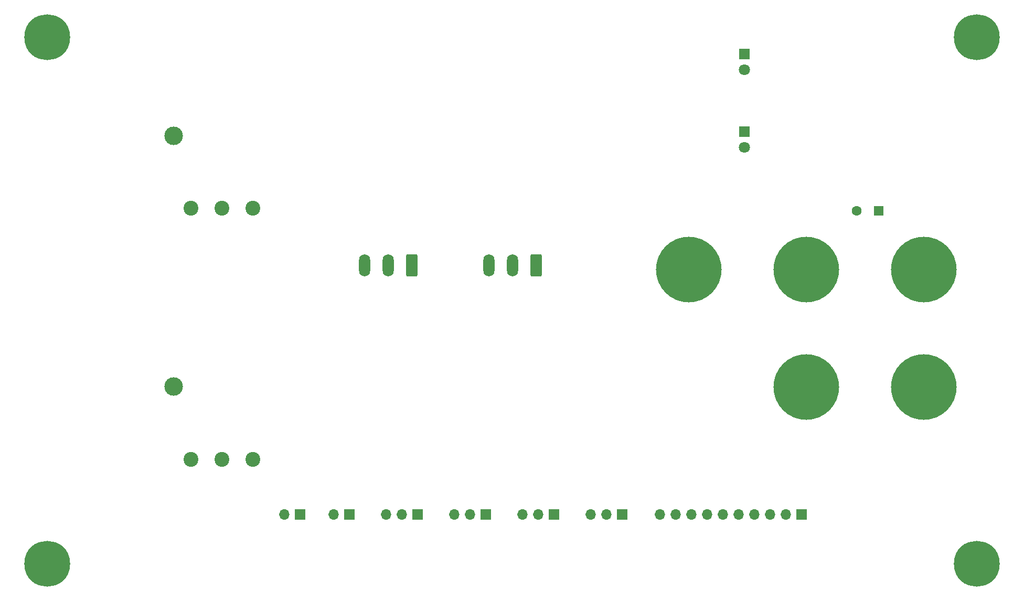
<source format=gts>
%TF.GenerationSoftware,KiCad,Pcbnew,6.0.2-378541a8eb~116~ubuntu20.04.1*%
%TF.CreationDate,2022-03-08T15:37:06-05:00*%
%TF.ProjectId,Linear_Lab_Bench_PSU_front_panel,4c696e65-6172-45f4-9c61-625f42656e63,rev?*%
%TF.SameCoordinates,Original*%
%TF.FileFunction,Soldermask,Top*%
%TF.FilePolarity,Negative*%
%FSLAX46Y46*%
G04 Gerber Fmt 4.6, Leading zero omitted, Abs format (unit mm)*
G04 Created by KiCad (PCBNEW 6.0.2-378541a8eb~116~ubuntu20.04.1) date 2022-03-08 15:37:06*
%MOMM*%
%LPD*%
G01*
G04 APERTURE LIST*
G04 Aperture macros list*
%AMRoundRect*
0 Rectangle with rounded corners*
0 $1 Rounding radius*
0 $2 $3 $4 $5 $6 $7 $8 $9 X,Y pos of 4 corners*
0 Add a 4 corners polygon primitive as box body*
4,1,4,$2,$3,$4,$5,$6,$7,$8,$9,$2,$3,0*
0 Add four circle primitives for the rounded corners*
1,1,$1+$1,$2,$3*
1,1,$1+$1,$4,$5*
1,1,$1+$1,$6,$7*
1,1,$1+$1,$8,$9*
0 Add four rect primitives between the rounded corners*
20,1,$1+$1,$2,$3,$4,$5,0*
20,1,$1+$1,$4,$5,$6,$7,0*
20,1,$1+$1,$6,$7,$8,$9,0*
20,1,$1+$1,$8,$9,$2,$3,0*%
G04 Aperture macros list end*
%ADD10R,1.800000X1.800000*%
%ADD11C,1.800000*%
%ADD12C,7.400000*%
%ADD13R,1.700000X1.700000*%
%ADD14O,1.700000X1.700000*%
%ADD15RoundRect,0.250000X0.650000X1.550000X-0.650000X1.550000X-0.650000X-1.550000X0.650000X-1.550000X0*%
%ADD16O,1.800000X3.600000*%
%ADD17C,0.900000*%
%ADD18C,10.600000*%
%ADD19C,3.000000*%
%ADD20C,2.400000*%
%ADD21R,1.600000X1.600000*%
%ADD22C,1.600000*%
G04 APERTURE END LIST*
D10*
%TO.C,D1*%
X172500000Y-52725000D03*
D11*
X172500000Y-55265000D03*
%TD*%
D10*
%TO.C,D2*%
X172500000Y-65225000D03*
D11*
X172500000Y-67765000D03*
%TD*%
D12*
%TO.C,H4*%
X210000000Y-135000000D03*
%TD*%
D13*
%TO.C,J6*%
X108762678Y-127000000D03*
D14*
X106222678Y-127000000D03*
%TD*%
D15*
%TO.C,J8*%
X118792500Y-86800000D03*
D16*
X114982500Y-86800000D03*
X111172500Y-86800000D03*
%TD*%
D13*
%TO.C,J7*%
X100762678Y-127000000D03*
D14*
X98222678Y-127000000D03*
%TD*%
D15*
%TO.C,J9*%
X138910000Y-86807500D03*
D16*
X135100000Y-86807500D03*
X131290000Y-86807500D03*
%TD*%
D17*
%TO.C,J12*%
X185310749Y-84689251D03*
X185310749Y-90310749D03*
X178525000Y-87500000D03*
X186475000Y-87500000D03*
X182500000Y-83525000D03*
X182500000Y-91475000D03*
X179689251Y-90310749D03*
D18*
X182500000Y-87500000D03*
D17*
X179689251Y-84689251D03*
%TD*%
D13*
%TO.C,J1*%
X181762678Y-127000000D03*
D14*
X179222678Y-127000000D03*
X176682678Y-127000000D03*
X174142678Y-127000000D03*
X171602678Y-127000000D03*
X169062678Y-127000000D03*
X166522678Y-127000000D03*
X163982678Y-127000000D03*
X161442678Y-127000000D03*
X158902678Y-127000000D03*
%TD*%
D13*
%TO.C,J2*%
X152762678Y-127000000D03*
D14*
X150222678Y-127000000D03*
X147682678Y-127000000D03*
%TD*%
D13*
%TO.C,J3*%
X141762678Y-127000000D03*
D14*
X139222678Y-127000000D03*
X136682678Y-127000000D03*
%TD*%
D19*
%TO.C,RV2*%
X80400000Y-65922915D03*
D20*
X83200000Y-77622915D03*
X88200000Y-77622915D03*
X93200000Y-77622915D03*
%TD*%
D12*
%TO.C,H2*%
X210000000Y-50000000D03*
%TD*%
D17*
%TO.C,J14*%
X166310749Y-84689251D03*
X160689251Y-90310749D03*
X160689251Y-84689251D03*
D18*
X163500000Y-87500000D03*
D17*
X159525000Y-87500000D03*
X167475000Y-87500000D03*
X163500000Y-83525000D03*
X166310749Y-90310749D03*
X163500000Y-91475000D03*
%TD*%
D19*
%TO.C,RV1*%
X80400000Y-106422915D03*
D20*
X83200000Y-118122915D03*
X88200000Y-118122915D03*
X93200000Y-118122915D03*
%TD*%
D12*
%TO.C,H1*%
X60000000Y-50000000D03*
%TD*%
%TO.C,H5*%
X60000000Y-135000000D03*
%TD*%
D17*
%TO.C,J13*%
X182500000Y-102525000D03*
X178525000Y-106500000D03*
X185310749Y-103689251D03*
X185310749Y-109310749D03*
X182500000Y-110475000D03*
X186475000Y-106500000D03*
X179689251Y-109310749D03*
X179689251Y-103689251D03*
D18*
X182500000Y-106500000D03*
%TD*%
D17*
%TO.C,J10*%
X201500000Y-102525000D03*
X204310749Y-109310749D03*
D18*
X201500000Y-106500000D03*
D17*
X198689251Y-103689251D03*
X205475000Y-106500000D03*
X204310749Y-103689251D03*
X197525000Y-106500000D03*
X198689251Y-109310749D03*
X201500000Y-110475000D03*
%TD*%
%TO.C,J11*%
X198689251Y-90310749D03*
X197525000Y-87500000D03*
D18*
X201500000Y-87500000D03*
D17*
X198689251Y-84689251D03*
X201500000Y-91475000D03*
X204310749Y-84689251D03*
X205475000Y-87500000D03*
X201500000Y-83525000D03*
X204310749Y-90310749D03*
%TD*%
D13*
%TO.C,J5*%
X119762678Y-127000000D03*
D14*
X117222678Y-127000000D03*
X114682678Y-127000000D03*
%TD*%
D13*
%TO.C,J4*%
X130762678Y-127000000D03*
D14*
X128222678Y-127000000D03*
X125682678Y-127000000D03*
%TD*%
D21*
%TO.C,C1*%
X194152651Y-78000000D03*
D22*
X190652651Y-78000000D03*
%TD*%
M02*

</source>
